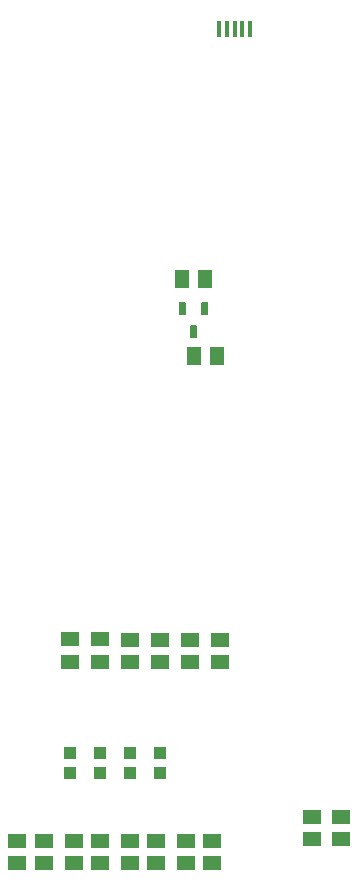
<source format=gbr>
G04 EAGLE Gerber RS-274X export*
G75*
%MOMM*%
%FSLAX34Y34*%
%LPD*%
%INSolderpaste Top*%
%IPPOS*%
%AMOC8*
5,1,8,0,0,1.08239X$1,22.5*%
G01*
%ADD10R,1.300000X1.500000*%
%ADD11R,1.500000X1.300000*%
%ADD12R,1.000000X1.100000*%
%ADD13R,0.400000X1.350000*%

G36*
X-23750Y124221D02*
X-23750Y124221D01*
X-23743Y124226D01*
X-23739Y124222D01*
X-23495Y124280D01*
X-23491Y124285D01*
X-23487Y124283D01*
X-23255Y124379D01*
X-23252Y124384D01*
X-23248Y124382D01*
X-23034Y124514D01*
X-23032Y124519D01*
X-23028Y124519D01*
X-22837Y124682D01*
X-22836Y124687D01*
X-22832Y124687D01*
X-22669Y124878D01*
X-22668Y124884D01*
X-22664Y124884D01*
X-22532Y125098D01*
X-22533Y125104D01*
X-22529Y125105D01*
X-22433Y125337D01*
X-22434Y125343D01*
X-22430Y125345D01*
X-22372Y125589D01*
X-22374Y125594D01*
X-22371Y125596D01*
X-22351Y125846D01*
X-22353Y125849D01*
X-22351Y125850D01*
X-22351Y133650D01*
X-22353Y133652D01*
X-22351Y133654D01*
X-22371Y133904D01*
X-22375Y133908D01*
X-22372Y133911D01*
X-22430Y134155D01*
X-22435Y134159D01*
X-22433Y134163D01*
X-22529Y134395D01*
X-22534Y134398D01*
X-22532Y134402D01*
X-22664Y134616D01*
X-22669Y134618D01*
X-22669Y134622D01*
X-22832Y134813D01*
X-22837Y134814D01*
X-22837Y134818D01*
X-23028Y134981D01*
X-23034Y134982D01*
X-23034Y134986D01*
X-23248Y135118D01*
X-23254Y135117D01*
X-23255Y135122D01*
X-23487Y135218D01*
X-23493Y135216D01*
X-23495Y135220D01*
X-23739Y135278D01*
X-23744Y135276D01*
X-23746Y135279D01*
X-23996Y135299D01*
X-23999Y135297D01*
X-24000Y135299D01*
X-27250Y135279D01*
X-27257Y135274D01*
X-27261Y135278D01*
X-27505Y135220D01*
X-27509Y135215D01*
X-27513Y135218D01*
X-27745Y135122D01*
X-27748Y135116D01*
X-27752Y135118D01*
X-27966Y134986D01*
X-27968Y134981D01*
X-27972Y134981D01*
X-28163Y134818D01*
X-28164Y134813D01*
X-28168Y134813D01*
X-28331Y134622D01*
X-28332Y134616D01*
X-28336Y134616D01*
X-28468Y134402D01*
X-28467Y134396D01*
X-28472Y134395D01*
X-28568Y134163D01*
X-28566Y134157D01*
X-28570Y134155D01*
X-28628Y133911D01*
X-28626Y133906D01*
X-28629Y133904D01*
X-28649Y133654D01*
X-28647Y133651D01*
X-28649Y133650D01*
X-28649Y125850D01*
X-28647Y125848D01*
X-28649Y125846D01*
X-28629Y125596D01*
X-28625Y125592D01*
X-28628Y125589D01*
X-28570Y125345D01*
X-28565Y125341D01*
X-28568Y125337D01*
X-28472Y125105D01*
X-28466Y125102D01*
X-28468Y125098D01*
X-28336Y124884D01*
X-28331Y124882D01*
X-28331Y124878D01*
X-28168Y124687D01*
X-28163Y124686D01*
X-28163Y124682D01*
X-27972Y124519D01*
X-27966Y124518D01*
X-27966Y124514D01*
X-27752Y124382D01*
X-27746Y124383D01*
X-27745Y124379D01*
X-27513Y124283D01*
X-27507Y124284D01*
X-27505Y124280D01*
X-27261Y124222D01*
X-27256Y124224D01*
X-27254Y124221D01*
X-27004Y124201D01*
X-27001Y124203D01*
X-27000Y124201D01*
X-23750Y124221D01*
G37*
G36*
X-42750Y124221D02*
X-42750Y124221D01*
X-42743Y124226D01*
X-42739Y124222D01*
X-42495Y124280D01*
X-42491Y124285D01*
X-42487Y124283D01*
X-42255Y124379D01*
X-42252Y124384D01*
X-42248Y124382D01*
X-42034Y124514D01*
X-42032Y124519D01*
X-42028Y124519D01*
X-41837Y124682D01*
X-41836Y124687D01*
X-41832Y124687D01*
X-41669Y124878D01*
X-41668Y124884D01*
X-41664Y124884D01*
X-41532Y125098D01*
X-41533Y125104D01*
X-41529Y125105D01*
X-41433Y125337D01*
X-41434Y125343D01*
X-41430Y125345D01*
X-41372Y125589D01*
X-41374Y125594D01*
X-41371Y125596D01*
X-41351Y125846D01*
X-41353Y125849D01*
X-41351Y125850D01*
X-41351Y133650D01*
X-41353Y133652D01*
X-41351Y133654D01*
X-41371Y133904D01*
X-41375Y133908D01*
X-41372Y133911D01*
X-41430Y134155D01*
X-41435Y134159D01*
X-41433Y134163D01*
X-41529Y134395D01*
X-41534Y134398D01*
X-41532Y134402D01*
X-41664Y134616D01*
X-41669Y134618D01*
X-41669Y134622D01*
X-41832Y134813D01*
X-41837Y134814D01*
X-41837Y134818D01*
X-42028Y134981D01*
X-42034Y134982D01*
X-42034Y134986D01*
X-42248Y135118D01*
X-42254Y135117D01*
X-42255Y135122D01*
X-42487Y135218D01*
X-42493Y135216D01*
X-42495Y135220D01*
X-42739Y135278D01*
X-42744Y135276D01*
X-42746Y135279D01*
X-42996Y135299D01*
X-42999Y135297D01*
X-43000Y135299D01*
X-46250Y135279D01*
X-46257Y135274D01*
X-46261Y135278D01*
X-46505Y135220D01*
X-46509Y135215D01*
X-46513Y135218D01*
X-46745Y135122D01*
X-46748Y135116D01*
X-46752Y135118D01*
X-46966Y134986D01*
X-46968Y134981D01*
X-46972Y134981D01*
X-47163Y134818D01*
X-47164Y134813D01*
X-47168Y134813D01*
X-47331Y134622D01*
X-47332Y134616D01*
X-47336Y134616D01*
X-47468Y134402D01*
X-47467Y134396D01*
X-47472Y134395D01*
X-47568Y134163D01*
X-47566Y134157D01*
X-47570Y134155D01*
X-47628Y133911D01*
X-47626Y133906D01*
X-47629Y133904D01*
X-47649Y133654D01*
X-47647Y133651D01*
X-47649Y133650D01*
X-47649Y125850D01*
X-47647Y125848D01*
X-47649Y125846D01*
X-47629Y125596D01*
X-47625Y125592D01*
X-47628Y125589D01*
X-47570Y125345D01*
X-47565Y125341D01*
X-47568Y125337D01*
X-47472Y125105D01*
X-47466Y125102D01*
X-47468Y125098D01*
X-47336Y124884D01*
X-47331Y124882D01*
X-47331Y124878D01*
X-47168Y124687D01*
X-47163Y124686D01*
X-47163Y124682D01*
X-46972Y124519D01*
X-46966Y124518D01*
X-46966Y124514D01*
X-46752Y124382D01*
X-46746Y124383D01*
X-46745Y124379D01*
X-46513Y124283D01*
X-46507Y124284D01*
X-46505Y124280D01*
X-46261Y124222D01*
X-46256Y124224D01*
X-46254Y124221D01*
X-46004Y124201D01*
X-46001Y124203D01*
X-46000Y124201D01*
X-42750Y124221D01*
G37*
G36*
X-33250Y104721D02*
X-33250Y104721D01*
X-33243Y104726D01*
X-33239Y104722D01*
X-32995Y104780D01*
X-32991Y104785D01*
X-32987Y104783D01*
X-32755Y104879D01*
X-32752Y104884D01*
X-32748Y104882D01*
X-32534Y105014D01*
X-32532Y105019D01*
X-32528Y105019D01*
X-32337Y105182D01*
X-32336Y105187D01*
X-32332Y105187D01*
X-32169Y105378D01*
X-32168Y105384D01*
X-32164Y105384D01*
X-32032Y105598D01*
X-32033Y105604D01*
X-32029Y105605D01*
X-31933Y105837D01*
X-31934Y105843D01*
X-31930Y105845D01*
X-31872Y106089D01*
X-31874Y106094D01*
X-31871Y106096D01*
X-31851Y106346D01*
X-31853Y106349D01*
X-31851Y106350D01*
X-31851Y114150D01*
X-31853Y114152D01*
X-31851Y114154D01*
X-31871Y114404D01*
X-31875Y114408D01*
X-31872Y114411D01*
X-31930Y114655D01*
X-31935Y114659D01*
X-31933Y114663D01*
X-32029Y114895D01*
X-32034Y114898D01*
X-32032Y114902D01*
X-32164Y115116D01*
X-32169Y115118D01*
X-32169Y115122D01*
X-32332Y115313D01*
X-32337Y115314D01*
X-32337Y115318D01*
X-32528Y115481D01*
X-32534Y115482D01*
X-32534Y115486D01*
X-32748Y115618D01*
X-32754Y115617D01*
X-32755Y115622D01*
X-32987Y115718D01*
X-32993Y115716D01*
X-32995Y115720D01*
X-33239Y115778D01*
X-33244Y115776D01*
X-33246Y115779D01*
X-33496Y115799D01*
X-33499Y115797D01*
X-33500Y115799D01*
X-36750Y115779D01*
X-36757Y115774D01*
X-36761Y115778D01*
X-37005Y115720D01*
X-37009Y115715D01*
X-37013Y115718D01*
X-37245Y115622D01*
X-37248Y115616D01*
X-37252Y115618D01*
X-37466Y115486D01*
X-37468Y115481D01*
X-37472Y115481D01*
X-37663Y115318D01*
X-37664Y115313D01*
X-37668Y115313D01*
X-37831Y115122D01*
X-37832Y115116D01*
X-37836Y115116D01*
X-37968Y114902D01*
X-37967Y114896D01*
X-37972Y114895D01*
X-38068Y114663D01*
X-38066Y114657D01*
X-38070Y114655D01*
X-38128Y114411D01*
X-38126Y114406D01*
X-38129Y114404D01*
X-38149Y114154D01*
X-38147Y114151D01*
X-38149Y114150D01*
X-38149Y106350D01*
X-38147Y106348D01*
X-38149Y106346D01*
X-38129Y106096D01*
X-38125Y106092D01*
X-38128Y106089D01*
X-38070Y105845D01*
X-38065Y105841D01*
X-38068Y105837D01*
X-37972Y105605D01*
X-37966Y105602D01*
X-37968Y105598D01*
X-37836Y105384D01*
X-37831Y105382D01*
X-37831Y105378D01*
X-37668Y105187D01*
X-37663Y105186D01*
X-37663Y105182D01*
X-37472Y105019D01*
X-37466Y105018D01*
X-37466Y105014D01*
X-37252Y104882D01*
X-37246Y104883D01*
X-37245Y104879D01*
X-37013Y104783D01*
X-37007Y104784D01*
X-37005Y104780D01*
X-36761Y104722D01*
X-36756Y104724D01*
X-36754Y104721D01*
X-36504Y104701D01*
X-36501Y104703D01*
X-36500Y104701D01*
X-33250Y104721D01*
G37*
D10*
X-44500Y155000D03*
X-25500Y155000D03*
X-34500Y90000D03*
X-15500Y90000D03*
D11*
X-136580Y-339730D03*
X-136580Y-320730D03*
X-114080Y-320730D03*
X-114080Y-339730D03*
D12*
X-114307Y-263500D03*
X-114307Y-246500D03*
D11*
X-184080Y-339730D03*
X-184080Y-320730D03*
X-161580Y-320730D03*
X-161580Y-339730D03*
D12*
X-139615Y-263346D03*
X-139615Y-246346D03*
D11*
X-19080Y-339730D03*
X-19080Y-320730D03*
X-41580Y-320730D03*
X-41580Y-339730D03*
D12*
X-63614Y-263654D03*
X-63614Y-246654D03*
D11*
X-66580Y-339730D03*
X-66580Y-320730D03*
X-89080Y-320730D03*
X-89080Y-339730D03*
D12*
X-89076Y-263423D03*
X-89076Y-246423D03*
D11*
X-38011Y-169500D03*
X-38011Y-150500D03*
X-63416Y-169500D03*
X-63416Y-150500D03*
X-114178Y-169441D03*
X-114178Y-150441D03*
X-89000Y-169500D03*
X-89000Y-150500D03*
X-139703Y-169441D03*
X-139703Y-150441D03*
X-12368Y-169560D03*
X-12368Y-150560D03*
X90000Y-300500D03*
X90000Y-319500D03*
X65000Y-300500D03*
X65000Y-319500D03*
D13*
X13000Y366750D03*
X6500Y366750D03*
X0Y366750D03*
X-6500Y366750D03*
X-13000Y366750D03*
M02*

</source>
